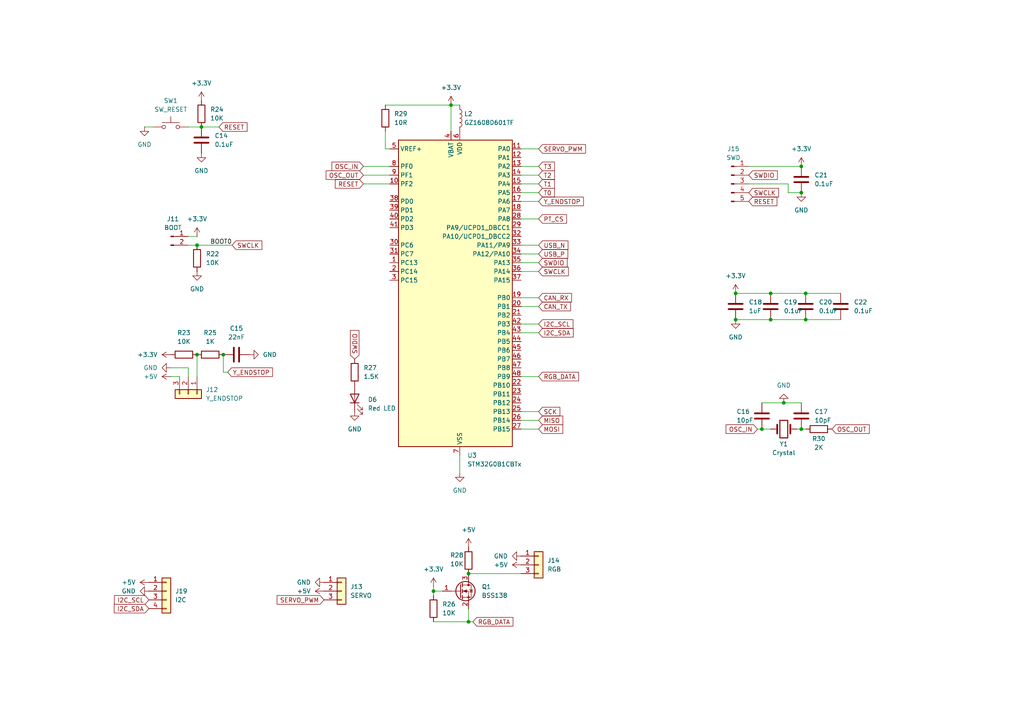
<source format=kicad_sch>
(kicad_sch (version 20231120) (generator "eeschema") (generator_version "8.0")
  (paper "A4")
  (title_block (title "CANBus Checkpoint") (date "2024-05-18") (rev "v1.0") (comment 1 "creativecommons.org/licenses/by-sa/4.0/") (comment 2 "License: CC BY-SA 4.0") (comment 3 "Author: Michael Smith"))
  (lib_symbols
    (symbol "Connector:Conn_01x02_Pin" (pin_names (offset 1.016) hide)
      (property "Reference" "J" (at 0 2.54 0))
      (property "Value" "Conn_01x02_Pin" (at 0 -5.08 0))
      (symbol "Conn_01x02_Pin_1_1"
        (polyline (pts (xy 1.27 -2.54) (xy 0.8636 -2.54)) (stroke (width 0.1524)))
        (polyline (pts (xy 1.27 0) (xy 0.8636 0)) (stroke (width 0.1524)))
        (rectangle (start 0.8636 -2.413) (end 0 -2.667) (stroke (width 0.1524)) (fill (type outline)))
        (rectangle (start 0.8636 0.127) (end 0 -0.127) (stroke (width 0.1524)) (fill (type outline)))
        (pin passive line (at 5.08 0 180) (length 3.81) (name "Pin_1") (number "1"))
        (pin passive line (at 5.08 -2.54 180) (length 3.81) (name "Pin_2") (number "2"))
      )
    )
    (symbol "Connector:Conn_01x05_Pin" (pin_names (offset 1.016) hide)
      (property "Reference" "J" (at 0 7.62 0))
      (property "Value" "Conn_01x05_Pin" (at 0 -7.62 0))
      (symbol "Conn_01x05_Pin_1_1"
        (polyline (pts (xy 1.27 -5.08) (xy 0.8636 -5.08)) (stroke (width 0.1524)))
        (polyline (pts (xy 1.27 -2.54) (xy 0.8636 -2.54)) (stroke (width 0.1524)))
        (polyline (pts (xy 1.27 0) (xy 0.8636 0)) (stroke (width 0.1524)))
        (polyline (pts (xy 1.27 2.54) (xy 0.8636 2.54)) (stroke (width 0.1524)))
        (polyline (pts (xy 1.27 5.08) (xy 0.8636 5.08)) (stroke (width 0.1524)))
        (rectangle (start 0.8636 -4.953) (end 0 -5.207) (stroke (width 0.1524)) (fill (type outline)))
        (rectangle (start 0.8636 -2.413) (end 0 -2.667) (stroke (width 0.1524)) (fill (type outline)))
        (rectangle (start 0.8636 0.127) (end 0 -0.127) (stroke (width 0.1524)) (fill (type outline)))
        (rectangle (start 0.8636 2.667) (end 0 2.413) (stroke (width 0.1524)) (fill (type outline)))
        (rectangle (start 0.8636 5.207) (end 0 4.953) (stroke (width 0.1524)) (fill (type outline)))
        (pin passive line (at 5.08 5.08 180) (length 3.81) (name "Pin_1") (number "1"))
        (pin passive line (at 5.08 2.54 180) (length 3.81) (name "Pin_2") (number "2"))
        (pin passive line (at 5.08 0 180) (length 3.81) (name "Pin_3") (number "3"))
        (pin passive line (at 5.08 -2.54 180) (length 3.81) (name "Pin_4") (number "4"))
        (pin passive line (at 5.08 -5.08 180) (length 3.81) (name "Pin_5") (number "5"))
      )
    )
    (symbol "Connector_Generic:Conn_01x03" (pin_names (offset 1.016) hide)
      (property "Reference" "J" (at 0 5.08 0))
      (property "Value" "Conn_01x03" (at 0 -5.08 0))
      (symbol "Conn_01x03_1_1"
        (rectangle (start -1.27 -2.413) (end 0 -2.667) (stroke (width 0.1524)))
        (rectangle (start -1.27 0.127) (end 0 -0.127) (stroke (width 0.1524)))
        (rectangle (start -1.27 2.667) (end 0 2.413) (stroke (width 0.1524)))
        (rectangle (start -1.27 3.81) (end 1.27 -3.81) (stroke (width 0.254)) (fill (type background)))
        (pin passive line (at -5.08 2.54 0) (length 3.81) (name "Pin_1") (number "1"))
        (pin passive line (at -5.08 0 0) (length 3.81) (name "Pin_2") (number "2"))
        (pin passive line (at -5.08 -2.54 0) (length 3.81) (name "Pin_3") (number "3"))
      )
    )
    (symbol "Connector_Generic:Conn_01x04" (pin_names (offset 1.016) hide)
      (property "Reference" "J" (at 0 5.08 0))
      (property "Value" "Conn_01x04" (at 0 -7.62 0))
      (symbol "Conn_01x04_1_1"
        (rectangle (start -1.27 -4.953) (end 0 -5.207) (stroke (width 0.1524)))
        (rectangle (start -1.27 -2.413) (end 0 -2.667) (stroke (width 0.1524)))
        (rectangle (start -1.27 0.127) (end 0 -0.127) (stroke (width 0.1524)))
        (rectangle (start -1.27 2.667) (end 0 2.413) (stroke (width 0.1524)))
        (rectangle (start -1.27 3.81) (end 1.27 -6.35) (stroke (width 0.254)) (fill (type background)))
        (pin passive line (at -5.08 2.54 0) (length 3.81) (name "Pin_1") (number "1"))
        (pin passive line (at -5.08 0 0) (length 3.81) (name "Pin_2") (number "2"))
        (pin passive line (at -5.08 -2.54 0) (length 3.81) (name "Pin_3") (number "3"))
        (pin passive line (at -5.08 -5.08 0) (length 3.81) (name "Pin_4") (number "4"))
      )
    )
    (symbol "Device:C" (pin_numbers hide) (pin_names (offset 0.254))
      (property "Reference" "C" (at 0.635 2.54 0))
      (property "Value" "C" (at 0.635 -2.54 0))
      (symbol "C_0_1"
        (polyline (pts (xy -2.032 -0.762) (xy 2.032 -0.762)) (stroke (width 0.508)))
        (polyline (pts (xy -2.032 0.762) (xy 2.032 0.762)) (stroke (width 0.508)))
      )
      (symbol "C_1_1"
        (pin passive line (at 0 3.81 270) (length 2.794) (name "~") (number "1"))
        (pin passive line (at 0 -3.81 90) (length 2.794) (name "~") (number "2"))
      )
    )
    (symbol "Device:Crystal" (pin_numbers hide) (pin_names (offset 1.016) hide)
      (property "Reference" "Y" (at 0 3.81 0))
      (property "Value" "Crystal" (at 0 -3.81 0))
      (symbol "Crystal_0_1"
        (rectangle (start -1.143 2.54) (end 1.143 -2.54) (stroke (width 0.3048)))
        (polyline (pts (xy -2.54 0) (xy -1.905 0)))
        (polyline (pts (xy -1.905 -1.27) (xy -1.905 1.27)) (stroke (width 0.508)))
        (polyline (pts (xy 1.905 -1.27) (xy 1.905 1.27)) (stroke (width 0.508)))
        (polyline (pts (xy 2.54 0) (xy 1.905 0)))
      )
      (symbol "Crystal_1_1"
        (pin passive line (at -3.81 0 0) (length 1.27) (name "1") (number "1"))
        (pin passive line (at 3.81 0 180) (length 1.27) (name "2") (number "2"))
      )
    )
    (symbol "Device:L" (pin_numbers hide) (pin_names (offset 1.016) hide)
      (property "Reference" "L" (at -1.27 0 90))
      (property "Value" "L" (at 1.905 0 90))
      (symbol "L_0_1"
        (arc (start 0 -2.54) (mid 0.6323 -1.905) (end 0 -1.27))
        (arc (start 0 -1.27) (mid 0.6323 -0.635) (end 0 0))
        (arc (start 0 0) (mid 0.6323 0.635) (end 0 1.27))
        (arc (start 0 1.27) (mid 0.6323 1.905) (end 0 2.54))
      )
      (symbol "L_1_1"
        (pin passive line (at 0 3.81 270) (length 1.27) (name "1") (number "1"))
        (pin passive line (at 0 -3.81 90) (length 1.27) (name "2") (number "2"))
      )
    )
    (symbol "Device:LED" (pin_numbers hide) (pin_names (offset 1.016) hide)
      (property "Reference" "D" (at 0 2.54 0))
      (property "Value" "LED" (at 0 -2.54 0))
      (symbol "LED_0_1"
        (polyline (pts (xy -1.27 -1.27) (xy -1.27 1.27)) (stroke (width 0.254)))
        (polyline (pts (xy -1.27 0) (xy 1.27 0)))
        (polyline (pts (xy 1.27 -1.27) (xy 1.27 1.27) (xy -1.27 0) (xy 1.27 -1.27)) (stroke (width 0.254)))
        (polyline (pts (xy -3.048 -0.762) (xy -4.572 -2.286) (xy -3.81 -2.286) (xy -4.572 -2.286) (xy -4.572 -1.524)))
        (polyline (pts (xy -1.778 -0.762) (xy -3.302 -2.286) (xy -2.54 -2.286) (xy -3.302 -2.286) (xy -3.302 -1.524)))
      )
      (symbol "LED_1_1"
        (pin passive line (at -3.81 0 0) (length 2.54) (name "K") (number "1"))
        (pin passive line (at 3.81 0 180) (length 2.54) (name "A") (number "2"))
      )
    )
    (symbol "Device:R" (pin_numbers hide) (pin_names (offset 0))
      (property "Reference" "R" (at 2.032 0 90))
      (property "Value" "R" (at 0 0 90))
      (symbol "R_0_1"
        (rectangle (start -1.016 -2.54) (end 1.016 2.54) (stroke (width 0.254)))
      )
      (symbol "R_1_1"
        (pin passive line (at 0 3.81 270) (length 1.27) (name "~") (number "1"))
        (pin passive line (at 0 -3.81 90) (length 1.27) (name "~") (number "2"))
      )
    )
    (symbol "MCU_ST_STM32G0:STM32G0B1CBTx"
      (property "Reference" "U" (at -15.24 46.99 0))
      (property "Value" "STM32G0B1CBTx" (at 5.08 46.99 0))
      (symbol "STM32G0B1CBTx_0_1"
        (rectangle (start -15.24 -43.18) (end 17.78 45.72) (stroke (width 0.254)) (fill (type background)))
      )
      (symbol "STM32G0B1CBTx_1_1"
        (pin bidirectional line (at -17.78 10.16 0) (length 2.54) (name "PC13") (number "1"))
        (pin bidirectional line (at -17.78 33.02 0) (length 2.54) (name "PF2") (number "10"))
        (pin bidirectional line (at 20.32 43.18 180) (length 2.54) (name "PA0") (number "11"))
        (pin bidirectional line (at 20.32 40.64 180) (length 2.54) (name "PA1") (number "12"))
        (pin bidirectional line (at 20.32 38.1 180) (length 2.54) (name "PA2") (number "13"))
        (pin bidirectional line (at 20.32 35.56 180) (length 2.54) (name "PA3") (number "14"))
        (pin bidirectional line (at 20.32 33.02 180) (length 2.54) (name "PA4") (number "15"))
        (pin bidirectional line (at 20.32 30.48 180) (length 2.54) (name "PA5") (number "16"))
        (pin bidirectional line (at 20.32 27.94 180) (length 2.54) (name "PA6") (number "17"))
        (pin bidirectional line (at 20.32 25.4 180) (length 2.54) (name "PA7") (number "18"))
        (pin bidirectional line (at 20.32 0 180) (length 2.54) (name "PB0") (number "19"))
        (pin bidirectional line (at -17.78 7.62 0) (length 2.54) (name "PC14") (number "2"))
        (pin bidirectional line (at 20.32 -2.54 180) (length 2.54) (name "PB1") (number "20"))
        (pin bidirectional line (at 20.32 -5.08 180) (length 2.54) (name "PB2") (number "21"))
        (pin bidirectional line (at 20.32 -25.4 180) (length 2.54) (name "PB10") (number "22"))
        (pin bidirectional line (at 20.32 -27.94 180) (length 2.54) (name "PB11") (number "23"))
        (pin bidirectional line (at 20.32 -30.48 180) (length 2.54) (name "PB12") (number "24"))
        (pin bidirectional line (at 20.32 -33.02 180) (length 2.54) (name "PB13") (number "25"))
        (pin bidirectional line (at 20.32 -35.56 180) (length 2.54) (name "PB14") (number "26"))
        (pin bidirectional line (at 20.32 -38.1 180) (length 2.54) (name "PB15") (number "27"))
        (pin bidirectional line (at 20.32 22.86 180) (length 2.54) (name "PA8") (number "28"))
        (pin bidirectional line (at 20.32 20.32 180) (length 2.54) (name "PA9/UCPD1_DBCC1") (number "29"))
        (pin bidirectional line (at -17.78 5.08 0) (length 2.54) (name "PC15") (number "3"))
        (pin bidirectional line (at -17.78 15.24 0) (length 2.54) (name "PC6") (number "30"))
        (pin bidirectional line (at -17.78 12.7 0) (length 2.54) (name "PC7") (number "31"))
        (pin bidirectional line (at 20.32 17.78 180) (length 2.54) (name "PA10/UCPD1_DBCC2") (number "32"))
        (pin bidirectional line (at 20.32 15.24 180) (length 2.54) (name "PA11/PA9") (number "33"))
        (pin bidirectional line (at 20.32 12.7 180) (length 2.54) (name "PA12/PA10") (number "34"))
        (pin bidirectional line (at 20.32 10.16 180) (length 2.54) (name "PA13") (number "35"))
        (pin bidirectional line (at 20.32 7.62 180) (length 2.54) (name "PA14") (number "36"))
        (pin bidirectional line (at 20.32 5.08 180) (length 2.54) (name "PA15") (number "37"))
        (pin bidirectional line (at -17.78 27.94 0) (length 2.54) (name "PD0") (number "38"))
        (pin bidirectional line (at -17.78 25.4 0) (length 2.54) (name "PD1") (number "39"))
        (pin power_in line (at 0 48.26 270) (length 2.54) (name "VBAT") (number "4"))
        (pin bidirectional line (at -17.78 22.86 0) (length 2.54) (name "PD2") (number "40"))
        (pin bidirectional line (at -17.78 20.32 0) (length 2.54) (name "PD3") (number "41"))
        (pin bidirectional line (at 20.32 -7.62 180) (length 2.54) (name "PB3") (number "42"))
        (pin bidirectional line (at 20.32 -10.16 180) (length 2.54) (name "PB4") (number "43"))
        (pin bidirectional line (at 20.32 -12.7 180) (length 2.54) (name "PB5") (number "44"))
        (pin bidirectional line (at 20.32 -15.24 180) (length 2.54) (name "PB6") (number "45"))
        (pin bidirectional line (at 20.32 -17.78 180) (length 2.54) (name "PB7") (number "46"))
        (pin bidirectional line (at 20.32 -20.32 180) (length 2.54) (name "PB8") (number "47"))
        (pin bidirectional line (at 20.32 -22.86 180) (length 2.54) (name "PB9") (number "48"))
        (pin input line (at -17.78 43.18 0) (length 2.54) (name "VREF+") (number "5"))
        (pin power_in line (at 2.54 48.26 270) (length 2.54) (name "VDD") (number "6"))
        (pin power_in line (at 2.54 -45.72 90) (length 2.54) (name "VSS") (number "7"))
        (pin bidirectional line (at -17.78 38.1 0) (length 2.54) (name "PF0") (number "8"))
        (pin bidirectional line (at -17.78 35.56 0) (length 2.54) (name "PF1") (number "9"))
      )
    )
    (symbol "Switch:SW_Push" (pin_numbers hide) (pin_names (offset 1.016) hide)
      (property "Reference" "SW" (at 1.27 2.54 0))
      (property "Value" "SW_Push" (at 0 -1.524 0))
      (symbol "SW_Push_0_1"
        (circle (center -2.032 0) (radius 0.508))
        (polyline (pts (xy 0 1.27) (xy 0 3.048)))
        (polyline (pts (xy 2.54 1.27) (xy -2.54 1.27)))
        (circle (center 2.032 0) (radius 0.508))
        (pin passive line (at -5.08 0 0) (length 2.54) (name "1") (number "1"))
        (pin passive line (at 5.08 0 180) (length 2.54) (name "2") (number "2"))
      )
    )
    (symbol "Transistor_FET:BSS138" (pin_names hide)
      (property "Reference" "Q" (at 5.08 1.905 0))
      (property "Value" "BSS138" (at 5.08 0 0))
      (symbol "BSS138_0_1"
        (polyline (pts (xy 0.254 0) (xy -2.54 0)))
        (polyline (pts (xy 0.254 1.905) (xy 0.254 -1.905)) (stroke (width 0.254)))
        (polyline (pts (xy 0.762 -1.27) (xy 0.762 -2.286)) (stroke (width 0.254)))
        (polyline (pts (xy 0.762 0.508) (xy 0.762 -0.508)) (stroke (width 0.254)))
        (polyline (pts (xy 0.762 2.286) (xy 0.762 1.27)) (stroke (width 0.254)))
        (polyline (pts (xy 2.54 2.54) (xy 2.54 1.778)))
        (polyline (pts (xy 2.54 -2.54) (xy 2.54 0) (xy 0.762 0)))
        (polyline (pts (xy 0.762 -1.778) (xy 3.302 -1.778) (xy 3.302 1.778) (xy 0.762 1.778)))
        (polyline (pts (xy 1.016 0) (xy 2.032 0.381) (xy 2.032 -0.381) (xy 1.016 0)) (fill (type outline)))
        (polyline (pts (xy 2.794 0.508) (xy 2.921 0.381) (xy 3.683 0.381) (xy 3.81 0.254)))
        (polyline (pts (xy 3.302 0.381) (xy 2.921 -0.254) (xy 3.683 -0.254) (xy 3.302 0.381)))
        (circle (center 1.651 0) (radius 2.794) (stroke (width 0.254)))
        (circle (center 2.54 -1.778) (radius 0.254) (fill (type outline)))
        (circle (center 2.54 1.778) (radius 0.254) (fill (type outline)))
      )
      (symbol "BSS138_1_1"
        (pin input line (at -5.08 0 0) (length 2.54) (name "G") (number "1"))
        (pin passive line (at 2.54 -5.08 90) (length 2.54) (name "S") (number "2"))
        (pin passive line (at 2.54 5.08 270) (length 2.54) (name "D") (number "3"))
      )
    )
    (symbol "power:+3.3V" (power) (pin_numbers hide) (pin_names (offset 0) hide)
      (property "Value" "+3.3V" (at 0 3.556 0))
      (symbol "+3.3V_0_1"
        (polyline (pts (xy -0.762 1.27) (xy 0 2.54)))
        (polyline (pts (xy 0 0) (xy 0 2.54)))
        (polyline (pts (xy 0 2.54) (xy 0.762 1.27)))
      )
      (symbol "+3.3V_1_1"
        (pin power_in line (at 0 0 90) (length 0) (name "~") (number "1"))
      )
    )
    (symbol "power:+5V" (power) (pin_numbers hide) (pin_names (offset 0) hide)
      (property "Value" "+5V" (at 0 3.556 0))
      (symbol "+5V_0_1"
        (polyline (pts (xy -0.762 1.27) (xy 0 2.54)))
        (polyline (pts (xy 0 0) (xy 0 2.54)))
        (polyline (pts (xy 0 2.54) (xy 0.762 1.27)))
      )
      (symbol "+5V_1_1"
        (pin power_in line (at 0 0 90) (length 0) (name "~") (number "1"))
      )
    )
    (symbol "power:GND" (power) (pin_numbers hide) (pin_names (offset 0) hide)
      (property "Value" "GND" (at 0 -3.81 0))
      (symbol "GND_0_1"
        (polyline (pts (xy 0 0) (xy 0 -1.27) (xy 1.27 -1.27) (xy 0 -2.54) (xy -1.27 -1.27) (xy 0 -1.27)))
      )
      (symbol "GND_1_1"
        (pin power_in line (at 0 0 270) (length 0) (name "~") (number "1"))
      )
    )
  )
  (junction (at 223.52 92.71))
  (junction (at 135.89 180.34))
  (junction (at 233.68 85.09))
  (junction (at 220.98 124.46))
  (junction (at 130.81 30.48))
  (junction (at 213.36 92.71))
  (junction (at 233.68 92.71))
  (junction (at 57.15 102.87))
  (junction (at 125.73 171.45))
  (junction (at 58.42 36.83))
  (junction (at 232.41 124.46))
  (junction (at 232.41 48.26))
  (junction (at 232.41 55.88))
  (junction (at 57.15 71.12))
  (junction (at 64.77 102.87))
  (junction (at 135.89 166.37))
  (junction (at 223.52 85.09))
  (junction (at 227.33 116.84))
  (junction (at 213.36 85.09))
  (wire (pts (xy 151.13 58.42) (xy 156.21 58.42)))
  (wire (pts (xy 232.41 124.46) (xy 233.68 124.46)))
  (wire (pts (xy 151.13 96.52) (xy 156.21 96.52)))
  (wire (pts (xy 151.13 121.92) (xy 156.21 121.92)))
  (wire (pts (xy 58.42 36.83) (xy 63.5 36.83)))
  (wire (pts (xy 105.41 50.8) (xy 113.03 50.8)))
  (wire (pts (xy 125.73 170.18) (xy 125.73 171.45)))
  (wire (pts (xy 54.61 106.68) (xy 49.53 106.68)))
  (wire (pts (xy 54.61 109.22) (xy 54.61 106.68)))
  (wire (pts (xy 66.04 107.95) (xy 64.77 107.95)))
  (wire (pts (xy 130.81 30.48) (xy 133.35 30.48)))
  (wire (pts (xy 220.98 124.46) (xy 223.52 124.46)))
  (wire (pts (xy 49.53 109.22) (xy 52.07 109.22)))
  (wire (pts (xy 130.81 30.48) (xy 130.81 38.1)))
  (wire (pts (xy 105.41 53.34) (xy 113.03 53.34)))
  (wire (pts (xy 125.73 171.45) (xy 125.73 172.72)))
  (wire (pts (xy 135.89 180.34) (xy 137.16 180.34)))
  (wire (pts (xy 105.41 48.26) (xy 113.03 48.26)))
  (wire (pts (xy 111.76 30.48) (xy 130.81 30.48)))
  (wire (pts (xy 233.68 92.71) (xy 243.84 92.71)))
  (wire (pts (xy 125.73 171.45) (xy 128.27 171.45)))
  (wire (pts (xy 151.13 119.38) (xy 156.21 119.38)))
  (wire (pts (xy 151.13 48.26) (xy 156.21 48.26)))
  (wire (pts (xy 151.13 73.66) (xy 156.21 73.66)))
  (wire (pts (xy 151.13 55.88) (xy 156.21 55.88)))
  (wire (pts (xy 233.68 85.09) (xy 243.84 85.09)))
  (wire (pts (xy 111.76 43.18) (xy 111.76 38.1)))
  (wire (pts (xy 135.89 176.53) (xy 135.89 180.34)))
  (wire (pts (xy 231.14 124.46) (xy 232.41 124.46)))
  (wire (pts (xy 227.33 116.84) (xy 232.41 116.84)))
  (wire (pts (xy 156.21 63.5) (xy 151.13 63.5)))
  (wire (pts (xy 151.13 43.18) (xy 156.21 43.18)))
  (wire (pts (xy 223.52 92.71) (xy 233.68 92.71)))
  (wire (pts (xy 228.6 55.88) (xy 232.41 55.88)))
  (wire (pts (xy 151.13 109.22) (xy 156.21 109.22)))
  (wire (pts (xy 125.73 180.34) (xy 135.89 180.34)))
  (wire (pts (xy 41.91 36.83) (xy 44.45 36.83)))
  (wire (pts (xy 54.61 71.12) (xy 57.15 71.12)))
  (wire (pts (xy 151.13 71.12) (xy 156.21 71.12)))
  (wire (pts (xy 54.61 68.58) (xy 57.15 68.58)))
  (wire (pts (xy 151.13 86.36) (xy 156.21 86.36)))
  (wire (pts (xy 57.15 71.12) (xy 67.31 71.12)))
  (wire (pts (xy 151.13 50.8) (xy 156.21 50.8)))
  (wire (pts (xy 151.13 124.46) (xy 156.21 124.46)))
  (wire (pts (xy 54.61 36.83) (xy 58.42 36.83)))
  (wire (pts (xy 133.35 132.08) (xy 133.35 137.16)))
  (wire (pts (xy 217.17 48.26) (xy 232.41 48.26)))
  (wire (pts (xy 151.13 88.9) (xy 156.21 88.9)))
  (wire (pts (xy 213.36 92.71) (xy 223.52 92.71)))
  (wire (pts (xy 57.15 102.87) (xy 57.15 109.22)))
  (wire (pts (xy 151.13 78.74) (xy 156.21 78.74)))
  (wire (pts (xy 213.36 85.09) (xy 223.52 85.09)))
  (wire (pts (xy 219.71 124.46) (xy 220.98 124.46)))
  (wire (pts (xy 113.03 43.18) (xy 111.76 43.18)))
  (wire (pts (xy 220.98 116.84) (xy 227.33 116.84)))
  (wire (pts (xy 64.77 107.95) (xy 64.77 102.87)))
  (wire (pts (xy 151.13 76.2) (xy 156.21 76.2)))
  (wire (pts (xy 151.13 93.98) (xy 156.21 93.98)))
  (wire (pts (xy 151.13 53.34) (xy 156.21 53.34)))
  (wire (pts (xy 217.17 53.34) (xy 228.6 53.34)))
  (wire (pts (xy 135.89 166.37) (xy 151.13 166.37)))
  (wire (pts (xy 223.52 85.09) (xy 233.68 85.09)))
  (wire (pts (xy 228.6 53.34) (xy 228.6 55.88)))
  (label "BOOT0" (at 60.96 71.12 0))
  (global_label "RESET" (shape input) (at 105.41 53.34 180) (property "Intersheetrefs" "${INTERSHEET_REFS}" (effects (hide yes))))
  (global_label "MOSI" (shape input) (at 156.21 124.46 0) (property "Intersheetrefs" "${INTERSHEET_REFS}" (effects (hide yes))))
  (global_label "T0" (shape input) (at 156.21 55.88 0) (property "Intersheetrefs" "${INTERSHEET_REFS}" (effects (hide yes))))
  (global_label "SWDIO" (shape input) (at 102.87 104.14 90) (property "Intersheetrefs" "${INTERSHEET_REFS}" (effects (hide yes))))
  (global_label "T1" (shape input) (at 156.21 53.34 0) (property "Intersheetrefs" "${INTERSHEET_REFS}" (effects (hide yes))))
  (global_label "SWCLK" (shape input) (at 217.17 55.88 0) (property "Intersheetrefs" "${INTERSHEET_REFS}" (effects (hide yes))))
  (global_label "PT_CS" (shape input) (at 156.21 63.5 0) (property "Intersheetrefs" "${INTERSHEET_REFS}" (effects (hide yes))))
  (global_label "Y_ENDSTOP" (shape input) (at 66.04 107.95 0) (property "Intersheetrefs" "${INTERSHEET_REFS}" (effects (hide yes))))
  (global_label "SWCLK" (shape input) (at 67.31 71.12 0) (property "Intersheetrefs" "${INTERSHEET_REFS}" (effects (hide yes))))
  (global_label "USB_P" (shape input) (at 156.21 73.66 0) (property "Intersheetrefs" "${INTERSHEET_REFS}" (effects (hide yes))))
  (global_label "Y_ENDSTOP" (shape input) (at 156.21 58.42 0) (property "Intersheetrefs" "${INTERSHEET_REFS}" (effects (hide yes))))
  (global_label "CAN_RX" (shape input) (at 156.21 86.36 0) (property "Intersheetrefs" "${INTERSHEET_REFS}" (effects (hide yes))))
  (global_label "T3" (shape input) (at 156.21 48.26 0) (property "Intersheetrefs" "${INTERSHEET_REFS}" (effects (hide yes))))
  (global_label "MISO" (shape input) (at 156.21 121.92 0) (property "Intersheetrefs" "${INTERSHEET_REFS}" (effects (hide yes))))
  (global_label "RGB_DATA" (shape input) (at 137.16 180.34 0) (property "Intersheetrefs" "${INTERSHEET_REFS}" (effects (hide yes))))
  (global_label "OSC_IN" (shape input) (at 105.41 48.26 180) (property "Intersheetrefs" "${INTERSHEET_REFS}" (effects (hide yes))))
  (global_label "OSC_OUT" (shape input) (at 105.41 50.8 180) (property "Intersheetrefs" "${INTERSHEET_REFS}" (effects (hide yes))))
  (global_label "OSC_OUT" (shape input) (at 241.3 124.46 0) (property "Intersheetrefs" "${INTERSHEET_REFS}" (effects (hide yes))))
  (global_label "SWDIO" (shape input) (at 217.17 50.8 0) (property "Intersheetrefs" "${INTERSHEET_REFS}" (effects (hide yes))))
  (global_label "I2C_SDA" (shape input) (at 43.18 176.53 180) (property "Intersheetrefs" "${INTERSHEET_REFS}" (effects (hide yes))))
  (global_label "SWDIO" (shape input) (at 156.21 76.2 0) (property "Intersheetrefs" "${INTERSHEET_REFS}" (effects (hide yes))))
  (global_label "I2C_SCL" (shape input) (at 156.21 93.98 0) (property "Intersheetrefs" "${INTERSHEET_REFS}" (effects (hide yes))))
  (global_label "USB_N" (shape input) (at 156.21 71.12 0) (property "Intersheetrefs" "${INTERSHEET_REFS}" (effects (hide yes))))
  (global_label "SERVO_PWM" (shape input) (at 93.98 173.99 180) (property "Intersheetrefs" "${INTERSHEET_REFS}" (effects (hide yes))))
  (global_label "OSC_IN" (shape input) (at 219.71 124.46 180) (property "Intersheetrefs" "${INTERSHEET_REFS}" (effects (hide yes))))
  (global_label "SERVO_PWM" (shape input) (at 156.21 43.18 0) (property "Intersheetrefs" "${INTERSHEET_REFS}" (effects (hide yes))))
  (global_label "RESET" (shape input) (at 217.17 58.42 0) (property "Intersheetrefs" "${INTERSHEET_REFS}" (effects (hide yes))))
  (global_label "RESET" (shape input) (at 63.5 36.83 0) (property "Intersheetrefs" "${INTERSHEET_REFS}" (effects (hide yes))))
  (global_label "SCK" (shape input) (at 156.21 119.38 0) (property "Intersheetrefs" "${INTERSHEET_REFS}" (effects (hide yes))))
  (global_label "RGB_DATA" (shape input) (at 156.21 109.22 0) (property "Intersheetrefs" "${INTERSHEET_REFS}" (effects (hide yes))))
  (global_label "CAN_TX" (shape input) (at 156.21 88.9 0) (property "Intersheetrefs" "${INTERSHEET_REFS}" (effects (hide yes))))
  (global_label "T2" (shape input) (at 156.21 50.8 0) (property "Intersheetrefs" "${INTERSHEET_REFS}" (effects (hide yes))))
  (global_label "SWCLK" (shape input) (at 156.21 78.74 0) (property "Intersheetrefs" "${INTERSHEET_REFS}" (effects (hide yes))))
  (global_label "I2C_SCL" (shape input) (at 43.18 173.99 180) (property "Intersheetrefs" "${INTERSHEET_REFS}" (effects (hide yes))))
  (global_label "I2C_SDA" (shape input) (at 156.21 96.52 0) (property "Intersheetrefs" "${INTERSHEET_REFS}" (effects (hide yes))))
  (symbol (lib_id "Switch:SW_Push") (at 49.53 36.83 0) (unit 1)
    (property "Reference" "SW1" (at 49.53 29.21 0))
    (property "Value" "SW_RESET" (at 49.53 31.75 0))
    (property "Footprint" "Button_Switch_SMD:SW_Push_1P1T_XKB_TS-1187A" (effects (hide yes)))
    (property "Description" "Push button switch, generic, two pins" (effects (hide yes)))
  )
  (symbol (lib_id "Device:R") (at 57.15 74.93 0) (unit 1)
    (property "Reference" "R22" (at 59.69 73.6599 0) (effects (justify left)))
    (property "Value" "10K" (at 59.69 76.1999 0) (effects (justify left)))
    (property "Footprint" "Resistor_SMD:R_0603_1608Metric" (effects (hide yes)))
    (property "Description" "Resistor" (effects (hide yes)))
  )
  (symbol (lib_id "power:+3.3V") (at 125.73 170.18 0) (unit 1)
    (property "Reference" "#PWR034" (effects (hide yes)))
    (property "Value" "+3.3V" (at 125.73 165.1 0))
    (property "Description" "Power symbol creates a global label with name \"+3.3V\"" (effects (hide yes)))
  )
  (symbol (lib_id "power:GND") (at 49.53 106.68 270) (unit 1)
    (property "Reference" "#PWR025" (effects (hide yes)))
    (property "Value" "GND" (at 45.72 106.6799 90) (effects (justify right)))
    (property "Description" "Power symbol creates a global label with name \"GND\" , ground" (effects (hide yes)))
  )
  (symbol (lib_id "Device:R") (at 135.89 162.56 0) (unit 1)
    (property "Reference" "R28" (at 130.556 161.036 0) (effects (justify left)))
    (property "Value" "10K" (at 130.556 163.576 0) (effects (justify left)))
    (property "Footprint" "Resistor_SMD:R_0603_1608Metric" (effects (hide yes)))
    (property "Description" "Resistor" (effects (hide yes)))
  )
  (symbol (lib_id "power:GND") (at 57.15 78.74 0) (unit 1)
    (property "Reference" "#PWR028" (effects (hide yes)))
    (property "Value" "GND" (at 57.15 83.82 0))
    (property "Description" "Power symbol creates a global label with name \"GND\" , ground" (effects (hide yes)))
  )
  (symbol (lib_id "Connector_Generic:Conn_01x03") (at 156.21 163.83 0) (unit 1)
    (property "Reference" "J14" (at 158.75 162.5599 0) (effects (justify left)))
    (property "Value" "RGB" (at 158.75 165.0999 0) (effects (justify left)))
    (property "Footprint" "Connector_JST:JST_XH_B3B-XH-A_1x03_P2.50mm_Vertical" (effects (hide yes)))
    (property "Description" "Generic connector, single row, 01x03, script generated (kicad-library-utils/schlib/autogen/connector/)" (effects (hide yes)))
  )
  (symbol (lib_id "Device:R") (at 102.87 107.95 180) (unit 1)
    (property "Reference" "R27" (at 105.41 106.6799 0) (effects (justify right)))
    (property "Value" "1.5K" (at 105.41 109.2199 0) (effects (justify right)))
    (property "Footprint" "Resistor_SMD:R_0603_1608Metric" (effects (hide yes)))
    (property "Description" "Resistor" (effects (hide yes)))
  )
  (symbol (lib_id "power:GND") (at 213.36 92.71 0) (unit 1)
    (property "Reference" "#PWR043" (effects (hide yes)))
    (property "Value" "GND" (at 213.36 97.79 0))
    (property "Description" "Power symbol creates a global label with name \"GND\" , ground" (effects (hide yes)))
  )
  (symbol (lib_id "power:+5V") (at 135.89 158.75 0) (unit 1)
    (property "Reference" "#PWR036" (effects (hide yes)))
    (property "Value" "+5V" (at 135.89 153.67 0))
    (property "Description" "Power symbol creates a global label with name \"+5V\"" (effects (hide yes)))
  )
  (symbol (lib_id "Connector:Conn_01x05_Pin") (at 212.09 53.34 0) (unit 1)
    (property "Reference" "J15" (at 212.725 43.18 0))
    (property "Value" "SWD" (at 212.725 45.72 0))
    (property "Footprint" "Connector_PinHeader_2.54mm:PinHeader_1x05_P2.54mm_Vertical" (effects (hide yes)))
    (property "Description" "Generic connector, single row, 01x05, script generated" (effects (hide yes)))
  )
  (symbol (lib_id "power:+5V") (at 151.13 163.83 90) (unit 1)
    (property "Reference" "#PWR038" (effects (hide yes)))
    (property "Value" "+5V" (at 147.32 163.8299 90) (effects (justify left)))
    (property "Description" "Power symbol creates a global label with name \"+5V\"" (effects (hide yes)))
  )
  (symbol (lib_id "power:GND") (at 151.13 161.29 270) (unit 1)
    (property "Reference" "#PWR037" (effects (hide yes)))
    (property "Value" "GND" (at 147.32 161.2899 90) (effects (justify right)))
    (property "Description" "Power symbol creates a global label with name \"GND\" , ground" (effects (hide yes)))
  )
  (symbol (lib_id "MCU_ST_STM32G0:STM32G0B1CBTx") (at 130.81 86.36 0) (unit 1)
    (property "Reference" "U3" (at 135.5441 132.08 0) (effects (justify left)))
    (property "Value" "STM32G0B1CBTx" (at 135.5441 134.62 0) (effects (justify left)))
    (property "Footprint" "Package_QFP:LQFP-48_7x7mm_P0.5mm" (effects (hide yes)))
    (property "Datasheet" "https://www.st.com/resource/en/datasheet/stm32g0b1cb.pdf" (effects (hide yes)))
    (property "Description" "STMicroelectronics Arm Cortex-M0+ MCU, 128KB flash, 144KB RAM, 64 MHz, 1.7-3.6V, 44 GPIO, LQFP48" (effects (hide yes)))
  )
  (symbol (lib_id "power:+5V") (at 43.18 168.91 90) (unit 1)
    (property "Reference" "#PWR061" (effects (hide yes)))
    (property "Value" "+5V" (at 39.37 168.9099 90) (effects (justify left)))
    (property "Description" "Power symbol creates a global label with name \"+5V\"" (effects (hide yes)))
  )
  (symbol (lib_id "Device:C") (at 233.68 88.9 0) (unit 1)
    (property "Reference" "C20" (at 237.49 87.6299 0) (effects (justify left)))
    (property "Value" "0.1uF" (at 237.49 90.1699 0) (effects (justify left)))
    (property "Footprint" "Capacitor_SMD:C_0402_1005Metric" (effects (hide yes)))
    (property "Description" "Unpolarized capacitor" (effects (hide yes)))
  )
  (symbol (lib_id "power:GND") (at 133.35 137.16 0) (unit 1)
    (property "Reference" "#PWR040" (effects (hide yes)))
    (property "Value" "GND" (at 133.35 142.24 0))
    (property "Description" "Power symbol creates a global label with name \"GND\" , ground" (effects (hide yes)))
  )
  (symbol (lib_id "power:+3.3V") (at 130.81 30.48 0) (unit 1)
    (property "Reference" "#PWR039" (effects (hide yes)))
    (property "Value" "+3.3V" (at 130.81 25.4 0))
    (property "Description" "Power symbol creates a global label with name \"+3.3V\"" (effects (hide yes)))
  )
  (symbol (lib_id "Device:C") (at 213.36 88.9 0) (unit 1)
    (property "Reference" "C18" (at 217.17 87.6299 0) (effects (justify left)))
    (property "Value" "1uF" (at 217.17 90.1699 0) (effects (justify left)))
    (property "Footprint" "Capacitor_SMD:C_0603_1608Metric" (effects (hide yes)))
    (property "Description" "Unpolarized capacitor" (effects (hide yes)))
  )
  (symbol (lib_id "Device:LED") (at 102.87 115.57 90) (unit 1)
    (property "Reference" "D6" (at 106.68 115.8874 90) (effects (justify right)))
    (property "Value" "Red LED" (at 106.68 118.4274 90) (effects (justify right)))
    (property "Footprint" "LED_SMD:LED_0805_2012Metric" (effects (hide yes)))
    (property "Datasheet" "NCD0805R1" (effects (hide yes)))
    (property "Description" "Light emitting diode" (effects (hide yes)))
  )
  (symbol (lib_id "power:GND") (at 72.39 102.87 90) (unit 1)
    (property "Reference" "#PWR033" (effects (hide yes)))
    (property "Value" "GND" (at 76.2 102.8699 90) (effects (justify right)))
    (property "Description" "Power symbol creates a global label with name \"GND\" , ground" (effects (hide yes)))
  )
  (symbol (lib_id "Device:C") (at 232.41 120.65 0) (unit 1)
    (property "Reference" "C17" (at 236.22 119.3799 0) (effects (justify left)))
    (property "Value" "10pF" (at 236.22 121.9199 0) (effects (justify left)))
    (property "Footprint" "Capacitor_SMD:C_0603_1608Metric" (effects (hide yes)))
    (property "Description" "Unpolarized capacitor" (effects (hide yes)))
  )
  (symbol (lib_id "Device:R") (at 125.73 176.53 0) (unit 1)
    (property "Reference" "R26" (at 128.27 175.2599 0) (effects (justify left)))
    (property "Value" "10K" (at 128.27 177.7999 0) (effects (justify left)))
    (property "Footprint" "Resistor_SMD:R_0603_1608Metric" (effects (hide yes)))
    (property "Description" "Resistor" (effects (hide yes)))
  )
  (symbol (lib_id "Connector_Generic:Conn_01x03") (at 54.61 114.3 270) (unit 1)
    (property "Reference" "J12" (at 59.69 113.0299 90) (effects (justify left)))
    (property "Value" "Y_ENDSTOP" (at 59.69 115.5699 90) (effects (justify left)))
    (property "Footprint" "Connector_JST:JST_XH_S3B-XH-A_1x03_P2.50mm_Horizontal" (effects (hide yes)))
    (property "Description" "Generic connector, single row, 01x03, script generated (kicad-library-utils/schlib/autogen/connector/)" (effects (hide yes)))
  )
  (symbol (lib_id "power:+3.3V") (at 58.42 29.21 0) (unit 1)
    (property "Reference" "#PWR029" (effects (hide yes)))
    (property "Value" "+3.3V" (at 58.42 24.13 0))
    (property "Description" "Power symbol creates a global label with name \"+3.3V\"" (effects (hide yes)))
  )
  (symbol (lib_id "power:+3.3V") (at 232.41 48.26 0) (unit 1)
    (property "Reference" "#PWR044" (effects (hide yes)))
    (property "Value" "+3.3V" (at 232.41 43.18 0))
    (property "Description" "Power symbol creates a global label with name \"+3.3V\"" (effects (hide yes)))
  )
  (symbol (lib_id "power:+5V") (at 93.98 171.45 90) (unit 1)
    (property "Reference" "#PWR032" (effects (hide yes)))
    (property "Value" "+5V" (at 90.17 171.4499 90) (effects (justify left)))
    (property "Description" "Power symbol creates a global label with name \"+5V\"" (effects (hide yes)))
  )
  (symbol (lib_id "Device:C") (at 58.42 40.64 0) (unit 1)
    (property "Reference" "C14" (at 62.23 39.3699 0) (effects (justify left)))
    (property "Value" "0.1uF" (at 62.23 41.9099 0) (effects (justify left)))
    (property "Footprint" "Capacitor_SMD:C_0402_1005Metric" (effects (hide yes)))
    (property "Description" "Unpolarized capacitor" (effects (hide yes)))
  )
  (symbol (lib_id "power:GND") (at 43.18 171.45 270) (unit 1)
    (property "Reference" "#PWR060" (effects (hide yes)))
    (property "Value" "GND" (at 39.37 171.4499 90) (effects (justify right)))
    (property "Description" "Power symbol creates a global label with name \"GND\" , ground" (effects (hide yes)))
  )
  (symbol (lib_id "Connector:Conn_01x02_Pin") (at 49.53 68.58 0) (unit 1)
    (property "Reference" "J11" (at 50.165 63.5 0))
    (property "Value" "BOOT" (at 50.165 66.04 0))
    (property "Footprint" "Connector_PinHeader_2.54mm:PinHeader_1x02_P2.54mm_Vertical" (effects (hide yes)))
    (property "Description" "Generic connector, single row, 01x02, script generated" (effects (hide yes)))
  )
  (symbol (lib_id "power:+5V") (at 49.53 109.22 90) (unit 1)
    (property "Reference" "#PWR026" (effects (hide yes)))
    (property "Value" "+5V" (at 45.72 109.2199 90) (effects (justify left)))
    (property "Description" "Power symbol creates a global label with name \"+5V\"" (effects (hide yes)))
  )
  (symbol (lib_id "power:GND") (at 58.42 44.45 0) (unit 1)
    (property "Reference" "#PWR030" (effects (hide yes)))
    (property "Value" "GND" (at 58.42 49.53 0))
    (property "Description" "Power symbol creates a global label with name \"GND\" , ground" (effects (hide yes)))
  )
  (symbol (lib_id "Device:R") (at 53.34 102.87 90) (unit 1)
    (property "Reference" "R23" (at 53.34 96.52 90))
    (property "Value" "10K" (at 53.34 99.06 90))
    (property "Footprint" "Resistor_SMD:R_0603_1608Metric" (effects (hide yes)))
    (property "Description" "Resistor" (effects (hide yes)))
  )
  (symbol (lib_id "power:GND") (at 41.91 36.83 0) (unit 1)
    (property "Reference" "#PWR023" (effects (hide yes)))
    (property "Value" "GND" (at 41.91 41.91 0))
    (property "Description" "Power symbol creates a global label with name \"GND\" , ground" (effects (hide yes)))
  )
  (symbol (lib_id "Device:R") (at 60.96 102.87 90) (unit 1)
    (property "Reference" "R25" (at 60.96 96.52 90))
    (property "Value" "1K" (at 60.96 99.06 90))
    (property "Footprint" "Resistor_SMD:R_0603_1608Metric" (effects (hide yes)))
    (property "Description" "Resistor" (effects (hide yes)))
  )
  (symbol (lib_id "Device:C") (at 232.41 52.07 0) (unit 1)
    (property "Reference" "C21" (at 236.22 50.7999 0) (effects (justify left)))
    (property "Value" "0.1uF" (at 236.22 53.3399 0) (effects (justify left)))
    (property "Footprint" "Capacitor_SMD:C_0402_1005Metric" (effects (hide yes)))
    (property "Description" "Unpolarized capacitor" (effects (hide yes)))
  )
  (symbol (lib_id "Connector_Generic:Conn_01x04") (at 48.26 171.45 0) (unit 1)
    (property "Reference" "J19" (at 50.8 171.4499 0) (effects (justify left)))
    (property "Value" "I2C" (at 50.8 173.9899 0) (effects (justify left)))
    (property "Footprint" "Connector_JST:JST_XH_B4B-XH-A_1x04_P2.50mm_Vertical" (effects (hide yes)))
    (property "Description" "Generic connector, single row, 01x04, script generated (kicad-library-utils/schlib/autogen/connector/)" (effects (hide yes)))
  )
  (symbol (lib_id "Device:C") (at 243.84 88.9 0) (unit 1)
    (property "Reference" "C22" (at 247.65 87.6299 0) (effects (justify left)))
    (property "Value" "0.1uF" (at 247.65 90.1699 0) (effects (justify left)))
    (property "Footprint" "Capacitor_SMD:C_0402_1005Metric" (effects (hide yes)))
    (property "Description" "Unpolarized capacitor" (effects (hide yes)))
  )
  (symbol (lib_id "power:+3.3V") (at 57.15 68.58 0) (unit 1)
    (property "Reference" "#PWR027" (effects (hide yes)))
    (property "Value" "+3.3V" (at 57.15 63.5 0))
    (property "Description" "Power symbol creates a global label with name \"+3.3V\"" (effects (hide yes)))
  )
  (symbol (lib_id "Device:C") (at 68.58 102.87 90) (unit 1)
    (property "Reference" "C15" (at 68.58 95.25 90))
    (property "Value" "22nF" (at 68.58 97.79 90))
    (property "Footprint" "Capacitor_SMD:C_0603_1608Metric" (effects (hide yes)))
    (property "Description" "Unpolarized capacitor" (effects (hide yes)))
  )
  (symbol (lib_id "Transistor_FET:BSS138") (at 133.35 171.45 0) (unit 1)
    (property "Reference" "Q1" (at 139.7 170.1799 0) (effects (justify left)))
    (property "Value" "BSS138" (at 139.7 172.7199 0) (effects (justify left)))
    (property "Footprint" "Package_TO_SOT_SMD:SOT-23" (effects (hide yes)))
    (property "Datasheet" "https://www.onsemi.com/pub/Collateral/BSS138-D.PDF" (effects (hide yes)))
    (property "Description" "50V Vds, 0.22A Id, N-Channel MOSFET, SOT-23" (effects (hide yes)))
  )
  (symbol (lib_id "Device:C") (at 223.52 88.9 0) (unit 1)
    (property "Reference" "C19" (at 227.33 87.6299 0) (effects (justify left)))
    (property "Value" "0.1uF" (at 227.33 90.1699 0) (effects (justify left)))
    (property "Footprint" "Capacitor_SMD:C_0402_1005Metric" (effects (hide yes)))
    (property "Description" "Unpolarized capacitor" (effects (hide yes)))
  )
  (symbol (lib_id "power:+3.3V") (at 49.53 102.87 90) (unit 1)
    (property "Reference" "#PWR024" (effects (hide yes)))
    (property "Value" "+3.3V" (at 45.72 102.8699 90) (effects (justify left)))
    (property "Description" "Power symbol creates a global label with name \"+3.3V\"" (effects (hide yes)))
  )
  (symbol (lib_id "power:+3.3V") (at 213.36 85.09 0) (unit 1)
    (property "Reference" "#PWR042" (effects (hide yes)))
    (property "Value" "+3.3V" (at 213.36 80.01 0))
    (property "Description" "Power symbol creates a global label with name \"+3.3V\"" (effects (hide yes)))
  )
  (symbol (lib_id "power:GND") (at 232.41 55.88 0) (unit 1)
    (property "Reference" "#PWR045" (effects (hide yes)))
    (property "Value" "GND" (at 232.41 60.96 0))
    (property "Description" "Power symbol creates a global label with name \"GND\" , ground" (effects (hide yes)))
  )
  (symbol (lib_id "Device:R") (at 111.76 34.29 0) (unit 1)
    (property "Reference" "R29" (at 114.3 33.0199 0) (effects (justify left)))
    (property "Value" "10R" (at 114.3 35.5599 0) (effects (justify left)))
    (property "Footprint" "Resistor_SMD:R_0603_1608Metric" (effects (hide yes)))
    (property "Description" "Resistor" (effects (hide yes)))
  )
  (symbol (lib_id "power:GND") (at 102.87 119.38 0) (unit 1)
    (property "Reference" "#PWR035" (effects (hide yes)))
    (property "Value" "GND" (at 102.87 124.46 0))
    (property "Description" "Power symbol creates a global label with name \"GND\" , ground" (effects (hide yes)))
  )
  (symbol (lib_id "power:GND") (at 227.33 116.84 180) (unit 1)
    (property "Reference" "#PWR041" (effects (hide yes)))
    (property "Value" "GND" (at 227.33 111.76 0))
    (property "Description" "Power symbol creates a global label with name \"GND\" , ground" (effects (hide yes)))
  )
  (symbol (lib_id "Device:L") (at 133.35 34.29 0) (unit 1)
    (property "Reference" "L2" (at 134.62 33.0199 0) (effects (justify left)))
    (property "Value" "GZ1608D601TF" (at 134.62 35.5599 0) (effects (justify left)))
    (property "Footprint" "Inductor_SMD:L_0603_1608Metric" (effects (hide yes)))
    (property "Description" "Inductor" (effects (hide yes)))
  )
  (symbol (lib_id "Device:C") (at 220.98 120.65 180) (unit 1)
    (property "Reference" "C16" (at 213.614 119.38 0) (effects (justify right)))
    (property "Value" "10pF" (at 213.614 121.92 0) (effects (justify right)))
    (property "Footprint" "Capacitor_SMD:C_0603_1608Metric" (effects (hide yes)))
    (property "Description" "Unpolarized capacitor" (effects (hide yes)))
  )
  (symbol (lib_id "Connector_Generic:Conn_01x03") (at 99.06 171.45 0) (unit 1)
    (property "Reference" "J13" (at 101.6 170.1799 0) (effects (justify left)))
    (property "Value" "SERVO" (at 101.6 172.7199 0) (effects (justify left)))
    (property "Footprint" "Connector_JST:JST_XH_B3B-XH-A_1x03_P2.50mm_Vertical" (effects (hide yes)))
    (property "Description" "Generic connector, single row, 01x03, script generated (kicad-library-utils/schlib/autogen/connector/)" (effects (hide yes)))
  )
  (symbol (lib_id "Device:R") (at 58.42 33.02 0) (unit 1)
    (property "Reference" "R24" (at 60.96 31.7499 0) (effects (justify left)))
    (property "Value" "10K" (at 60.96 34.2899 0) (effects (justify left)))
    (property "Footprint" "Resistor_SMD:R_0603_1608Metric" (effects (hide yes)))
    (property "Description" "Resistor" (effects (hide yes)))
  )
  (symbol (lib_id "Device:Crystal") (at 227.33 124.46 0) (unit 1)
    (property "Reference" "Y1" (at 227.33 128.778 0))
    (property "Value" "Crystal" (at 227.33 131.318 0))
    (property "Footprint" "Crystal:Crystal_SMD_5032-2Pin_5.0x3.2mm" (effects (hide yes)))
    (property "Description" "Two pin crystal" (effects (hide yes)))
  )
  (symbol (lib_id "Device:R") (at 237.49 124.46 90) (unit 1)
    (property "Reference" "R30" (at 237.49 127.254 90))
    (property "Value" "2K" (at 237.49 129.794 90))
    (property "Footprint" "Resistor_SMD:R_0603_1608Metric" (effects (hide yes)))
    (property "Description" "Resistor" (effects (hide yes)))
  )
  (symbol (lib_id "power:GND") (at 93.98 168.91 270) (unit 1)
    (property "Reference" "#PWR031" (effects (hide yes)))
    (property "Value" "GND" (at 90.17 168.9099 90) (effects (justify right)))
    (property "Description" "Power symbol creates a global label with name \"GND\" , ground" (effects (hide yes)))
  )
)
</source>
